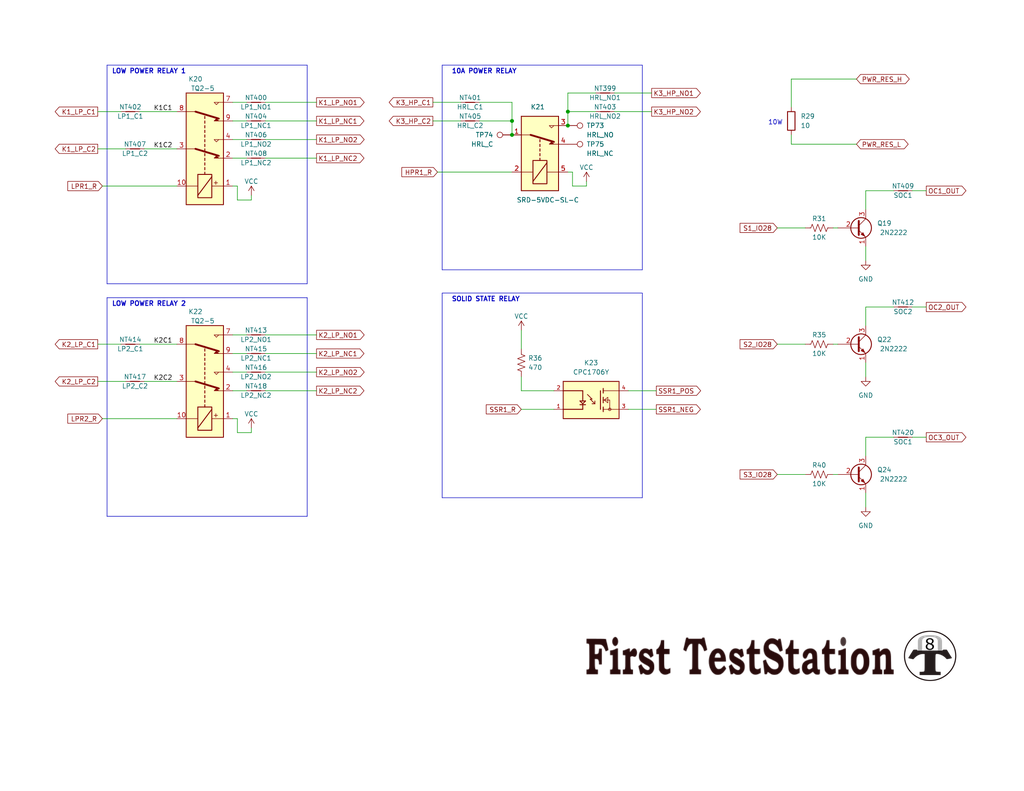
<source format=kicad_sch>
(kicad_sch (version 20230121) (generator eeschema)
  (paper "A")
  (title_block (title "Interconnect IO Board  640-1000-011") (date "2024-10-12") (rev "1.1"))
  (lib_symbols
    (symbol "Library:2N3904" (pin_names (offset 0) hide)
      (property "Reference" "Q" (at 5.08 1.905 0))
      (property "Value" "2N3904" (at 5.08 0 0))
      (symbol "2N3904_0_1"
        (polyline (pts (xy 0.635 0.635) (xy 2.54 2.54)))
        (polyline (pts (xy 0.635 -0.635) (xy 2.54 -2.54) (xy 2.54 -2.54)))
        (polyline (pts (xy 0.635 1.905) (xy 0.635 -1.905) (xy 0.635 -1.905)) (stroke (width 0.508)))
        (polyline (pts (xy 1.27 -1.778) (xy 1.778 -1.27) (xy 2.286 -2.286) (xy 1.27 -1.778) (xy 1.27 -1.778)) (fill (type outline)))
        (circle (center 1.27 0) (radius 2.8194) (stroke (width 0.254)))
      )
      (symbol "2N3904_1_1"
        (pin passive line (at 2.54 -5.08 90) (length 2.54) (name "E") (number "1"))
        (pin passive line (at -5.08 0 0) (length 5.715) (name "B") (number "2"))
        (pin passive line (at 2.54 5.08 270) (length 2.54) (name "C") (number "3"))
      )
    )
    (symbol "Library:CPC1706Y" (pin_names (offset 1.016) hide)
      (property "Reference" "K" (at -7.62 5.715 0))
      (property "Value" "CPC1706Y" (at -7.62 -7.62 0))
      (symbol "CPC1706Y_0_0"
        (rectangle (start -7.62 -5.08) (end 7.62 5.08) (stroke (width 0.254)) (fill (type background)))
        (polyline (pts (xy -7.62 2.54) (xy -2.286 2.54)) (stroke (width 0.254)))
        (polyline (pts (xy -3.048 -1.27) (xy -1.524 -1.27)) (stroke (width 0.254)))
        (polyline (pts (xy -3.048 -0.254) (xy -2.286 -1.016)) (stroke (width 0.254)))
        (polyline (pts (xy -2.286 -2.54) (xy -7.62 -2.54)) (stroke (width 0.254)))
        (polyline (pts (xy -2.286 -1.27) (xy -2.286 -2.54)) (stroke (width 0.254)))
        (polyline (pts (xy -2.286 -1.016) (xy -1.524 -0.254)) (stroke (width 0.254)))
        (polyline (pts (xy -2.286 -0.254) (xy -3.048 -0.254)) (stroke (width 0.254)))
        (polyline (pts (xy -2.286 -0.254) (xy -1.524 -0.254)) (stroke (width 0.254)))
        (polyline (pts (xy -2.286 2.54) (xy -2.286 -0.254)) (stroke (width 0.254)))
        (polyline (pts (xy -1.016 1.524) (xy 0.254 0.254)) (stroke (width 0.2032)))
        (polyline (pts (xy -0.254 0.254) (xy 1.016 -1.016)) (stroke (width 0.2032)))
        (polyline (pts (xy 0.254 0.254) (xy -0.254 0.254)) (stroke (width 0.2032)))
        (polyline (pts (xy 1.016 -1.016) (xy 0.254 -1.016)) (stroke (width 0.2032)))
        (polyline (pts (xy 1.016 -1.016) (xy 1.016 -0.254)) (stroke (width 0.2032)))
        (polyline (pts (xy 2.54 2.54) (xy 2.54 -2.54)) (stroke (width 0.254)))
        (polyline (pts (xy 3.302 -2.54) (xy 3.302 -3.175)) (stroke (width 0.254)))
        (polyline (pts (xy 3.302 -1.905) (xy 3.302 -2.54)) (stroke (width 0.254)))
        (polyline (pts (xy 3.302 0) (xy 3.302 -0.762)) (stroke (width 0.254)))
        (polyline (pts (xy 3.302 0) (xy 5.08 0)) (stroke (width 0.1524)))
        (polyline (pts (xy 3.302 0.762) (xy 3.302 0)) (stroke (width 0.254)))
        (polyline (pts (xy 3.302 2.54) (xy 3.302 1.905)) (stroke (width 0.254)))
        (polyline (pts (xy 3.302 2.54) (xy 7.62 2.54)) (stroke (width 0.1524)))
        (polyline (pts (xy 3.302 3.175) (xy 3.302 2.54)) (stroke (width 0.254)))
        (polyline (pts (xy 5.08 -2.54) (xy 3.302 -2.54)) (stroke (width 0.1524)))
        (polyline (pts (xy 5.08 -2.54) (xy 7.62 -2.54)) (stroke (width 0.1524)))
        (polyline (pts (xy 5.08 0) (xy 5.08 -2.54)) (stroke (width 0.1524)))
        (polyline (pts (xy 3.556 0) (xy 4.572 0.762) (xy 4.572 -0.762) (xy 3.556 0)) (stroke (width 0.1524)) (fill (type background)))
        (circle (center 5.08 -2.54) (radius 0.3556))
        (pin passive line (at -10.16 -2.54 0) (length 2.54) (name "~") (number "1"))
        (pin passive line (at -10.16 2.54 0) (length 2.54) (name "~") (number "2"))
        (pin passive line (at 10.16 -2.54 180) (length 2.54) (name "~") (number "3"))
        (pin passive line (at 10.16 2.54 180) (length 2.54) (name "~") (number "4"))
      )
    )
    (symbol "Library:G5LE-1"
      (property "Reference" "K" (at 11.43 3.81 0))
      (property "Value" "G5LE-1" (at 11.43 1.27 0))
      (symbol "G5LE-1_0_0"
        (polyline (pts (xy 7.62 5.08) (xy 7.62 2.54) (xy 6.985 3.175) (xy 7.62 3.81)))
      )
      (symbol "G5LE-1_0_1"
        (rectangle (start -10.16 5.08) (end 10.16 -5.08) (stroke (width 0.254)) (fill (type background)))
        (rectangle (start -8.255 1.905) (end -1.905 -1.905) (stroke (width 0.254)))
        (polyline (pts (xy -7.62 -1.905) (xy -2.54 1.905)) (stroke (width 0.254)))
        (polyline (pts (xy -5.08 -5.08) (xy -5.08 -1.905)))
        (polyline (pts (xy -5.08 5.08) (xy -5.08 1.905)))
        (polyline (pts (xy -1.905 0) (xy -1.27 0)) (stroke (width 0.254)))
        (polyline (pts (xy -0.635 0) (xy 0 0)) (stroke (width 0.254)))
        (polyline (pts (xy 0.635 0) (xy 1.27 0)) (stroke (width 0.254)))
        (polyline (pts (xy 1.905 0) (xy 2.54 0)) (stroke (width 0.254)))
        (polyline (pts (xy 3.175 0) (xy 3.81 0)) (stroke (width 0.254)))
        (polyline (pts (xy 5.08 -2.54) (xy 3.175 3.81)) (stroke (width 0.508)))
        (polyline (pts (xy 5.08 -2.54) (xy 5.08 -5.08)))
        (polyline (pts (xy 2.54 5.08) (xy 2.54 2.54) (xy 3.175 3.175) (xy 2.54 3.81)) (fill (type outline)))
      )
      (symbol "G5LE-1_1_1"
        (pin passive line (at 5.08 -7.62 90) (length 2.54) (name "~") (number "1"))
        (pin passive line (at -5.08 -7.62 90) (length 2.54) (name "~") (number "2"))
        (pin passive line (at 7.62 7.62 270) (length 2.54) (name "~") (number "3"))
        (pin passive line (at 2.54 7.62 270) (length 2.54) (name "~") (number "4"))
        (pin passive line (at -5.08 7.62 270) (length 2.54) (name "~") (number "5"))
      )
    )
    (symbol "Library:NetTie_2" (pin_numbers hide) (pin_names (offset 0) hide)
      (property "Reference" "NT" (at 0 1.27 0))
      (property "Value" "NetTie_2" (at 0 -1.27 0))
      (symbol "NetTie_2_0_1"
        (polyline (pts (xy -1.27 0) (xy 1.27 0)) (stroke (width 0.254)))
      )
      (symbol "NetTie_2_1_1"
        (pin passive line (at -2.54 0 0) (length 2.54) (name "1") (number "1"))
        (pin passive line (at 2.54 0 180) (length 2.54) (name "2") (number "2"))
      )
    )
    (symbol "Library:R" (pin_numbers hide) (pin_names (offset 0))
      (property "Reference" "R" (at 2.032 0 90))
      (property "Value" "R" (at 0 0 90))
      (symbol "R_0_1"
        (rectangle (start -1.016 -2.54) (end 1.016 2.54) (stroke (width 0.254)))
      )
      (symbol "R_1_1"
        (pin passive line (at 0 3.81 270) (length 1.27) (name "~") (number "1"))
        (pin passive line (at 0 -3.81 90) (length 1.27) (name "~") (number "2"))
      )
    )
    (symbol "Library:R_US" (pin_numbers hide) (pin_names (offset 0))
      (property "Reference" "R" (at 2.54 0 90))
      (property "Value" "R_US" (at -2.54 0 90))
      (symbol "R_US_0_1"
        (polyline (pts (xy 0 -2.286) (xy 0 -2.54)))
        (polyline (pts (xy 0 2.286) (xy 0 2.54)))
        (polyline (pts (xy 0 -0.762) (xy 1.016 -1.143) (xy 0 -1.524) (xy -1.016 -1.905) (xy 0 -2.286)))
        (polyline (pts (xy 0 0.762) (xy 1.016 0.381) (xy 0 0) (xy -1.016 -0.381) (xy 0 -0.762)))
        (polyline (pts (xy 0 2.286) (xy 1.016 1.905) (xy 0 1.524) (xy -1.016 1.143) (xy 0 0.762)))
      )
      (symbol "R_US_1_1"
        (pin passive line (at 0 3.81 270) (length 1.27) (name "~") (number "1"))
        (pin passive line (at 0 -3.81 90) (length 1.27) (name "~") (number "2"))
      )
    )
    (symbol "Library:TQ2-5"
      (property "Reference" "K?" (at 17.78 1.2701 0))
      (property "Value" "TQ2-5" (at 17.78 -1.2699 0))
      (symbol "TQ2-5_0_0"
        (text "+" (at -9.271 2.921 0) (effects (font (size 1.27 1.27))))
      )
      (symbol "TQ2-5_0_1"
        (rectangle (start -15.24 5.08) (end 15.24 -5.08) (stroke (width 0.254)) (fill (type background)))
        (rectangle (start -13.335 1.905) (end -6.985 -1.905) (stroke (width 0.254)))
        (polyline (pts (xy -12.7 -1.905) (xy -7.62 1.905)) (stroke (width 0.254)))
        (polyline (pts (xy -10.16 -5.08) (xy -10.16 -1.905)))
        (polyline (pts (xy -10.16 5.08) (xy -10.16 1.905)))
        (polyline (pts (xy -6.985 0) (xy -6.35 0)) (stroke (width 0.254)))
        (polyline (pts (xy -5.715 0) (xy -5.08 0)) (stroke (width 0.254)))
        (polyline (pts (xy -4.445 0) (xy -3.81 0)) (stroke (width 0.254)))
        (polyline (pts (xy -3.175 0) (xy -2.54 0)) (stroke (width 0.254)))
        (polyline (pts (xy -1.905 0) (xy -1.27 0)) (stroke (width 0.254)))
        (polyline (pts (xy -0.635 0) (xy 0 0)) (stroke (width 0.254)))
        (polyline (pts (xy 0 -2.54) (xy -1.905 3.81)) (stroke (width 0.508)))
        (polyline (pts (xy 0 -2.54) (xy 0 -5.08)))
        (polyline (pts (xy 0.635 0) (xy 1.27 0)) (stroke (width 0.254)))
        (polyline (pts (xy 1.905 0) (xy 2.54 0)) (stroke (width 0.254)))
        (polyline (pts (xy 3.175 0) (xy 3.81 0)) (stroke (width 0.254)))
        (polyline (pts (xy 4.445 0) (xy 5.08 0)) (stroke (width 0.254)))
        (polyline (pts (xy 5.715 0) (xy 6.35 0)) (stroke (width 0.254)))
        (polyline (pts (xy 6.985 0) (xy 7.62 0)) (stroke (width 0.254)))
        (polyline (pts (xy 8.255 0) (xy 8.89 0)) (stroke (width 0.254)))
        (polyline (pts (xy 10.16 -2.54) (xy 8.255 3.81)) (stroke (width 0.508)))
        (polyline (pts (xy 10.16 -2.54) (xy 10.16 -5.08)))
        (polyline (pts (xy -2.54 5.08) (xy -2.54 2.54) (xy -1.905 3.175) (xy -2.54 3.81)) (fill (type outline)))
        (polyline (pts (xy 2.54 5.08) (xy 2.54 2.54) (xy 1.905 3.175) (xy 2.54 3.81)))
        (polyline (pts (xy 7.62 5.08) (xy 7.62 2.54) (xy 8.255 3.175) (xy 7.62 3.81)) (fill (type outline)))
        (polyline (pts (xy 12.7 5.08) (xy 12.7 2.54) (xy 12.065 3.175) (xy 12.7 3.81)))
      )
      (symbol "TQ2-5_1_1"
        (pin passive line (at -10.16 7.62 270) (length 2.54) (name "~") (number "1"))
        (pin passive line (at -10.16 -7.62 90) (length 2.54) (name "~") (number "10"))
        (pin passive line (at -2.54 7.62 270) (length 2.54) (name "~") (number "2"))
        (pin passive line (at 0 -7.62 90) (length 2.54) (name "~") (number "3"))
        (pin passive line (at 2.54 7.62 270) (length 2.54) (name "~") (number "4"))
        (pin passive line (at 12.7 7.62 270) (length 2.54) (name "~") (number "7"))
        (pin passive line (at 10.16 -7.62 90) (length 2.54) (name "~") (number "8"))
        (pin passive line (at 7.62 7.62 270) (length 2.54) (name "~") (number "9"))
      )
    )
    (symbol "Library:TestPoint" (pin_numbers hide) (pin_names (offset 0.762) hide)
      (property "Reference" "TP" (at 0 6.858 0))
      (property "Value" "TestPoint" (at 0 5.08 0))
      (symbol "TestPoint_0_1"
        (circle (center 0 3.302) (radius 0.762))
      )
      (symbol "TestPoint_1_1"
        (pin passive line (at 0 0 90) (length 2.54) (name "1") (number "1"))
      )
    )
    (symbol "power:GND" (power) (pin_names (offset 0))
      (property "Value" "GND" (at 0 -3.81 0))
      (symbol "GND_0_1"
        (polyline (pts (xy 0 0) (xy 0 -1.27) (xy 1.27 -1.27) (xy 0 -2.54) (xy -1.27 -1.27) (xy 0 -1.27)))
      )
      (symbol "GND_1_1"
        (pin power_in line (at 0 0 270) (length 0) hide (name "GND") (number "1"))
      )
    )
    (symbol "power:VCC" (power) (pin_names (offset 0))
      (property "Value" "VCC" (at 0 3.81 0))
      (symbol "VCC_0_1"
        (polyline (pts (xy -0.762 1.27) (xy 0 2.54)))
        (polyline (pts (xy 0 0) (xy 0 2.54)))
        (polyline (pts (xy 0 2.54) (xy 0.762 1.27)))
      )
      (symbol "VCC_1_1"
        (pin power_in line (at 0 0 90) (length 0) hide (name "VCC") (number "1"))
      )
    )
  )
  (junction (at 154.94 30.48))
  (junction (at 139.7 36.83))
  (junction (at 154.94 34.29))
  (junction (at 139.7 33.02))
  (wire (pts (xy 38.1 30.48) (xy 48.26 30.48)))
  (wire (pts (xy 142.24 111.76) (xy 151.13 111.76)))
  (wire (pts (xy 212.09 62.23) (xy 219.71 62.23)))
  (wire (pts (xy 215.9 21.59) (xy 215.9 29.21)))
  (wire (pts (xy 154.94 25.4) (xy 162.56 25.4)))
  (wire (pts (xy 63.5 43.18) (xy 67.31 43.18)))
  (wire (pts (xy 118.11 27.94) (xy 125.73 27.94)))
  (wire (pts (xy 215.9 21.59) (xy 233.68 21.59)))
  (wire (pts (xy 236.22 119.38) (xy 236.22 124.46)))
  (wire (pts (xy 64.77 114.3) (xy 63.5 114.3)))
  (wire (pts (xy 63.5 91.44) (xy 67.31 91.44)))
  (wire (pts (xy 27.94 50.8) (xy 48.26 50.8)))
  (wire (pts (xy 72.39 91.44) (xy 86.36 91.44)))
  (wire (pts (xy 72.39 106.68) (xy 86.36 106.68)))
  (wire (pts (xy 27.94 114.3) (xy 48.26 114.3)))
  (polyline (pts (xy 83.82 140.97) (xy 83.82 81.28)))
  (wire (pts (xy 68.58 54.61) (xy 64.77 54.61)))
  (wire (pts (xy 160.02 49.53) (xy 160.02 50.8)))
  (wire (pts (xy 118.11 33.02) (xy 125.73 33.02)))
  (wire (pts (xy 64.77 50.8) (xy 63.5 50.8)))
  (wire (pts (xy 236.22 134.62) (xy 236.22 138.43)))
  (wire (pts (xy 236.22 52.07) (xy 236.22 57.15)))
  (polyline (pts (xy 120.65 80.01) (xy 120.65 135.89)))
  (wire (pts (xy 236.22 67.31) (xy 236.22 71.12)))
  (wire (pts (xy 26.67 30.48) (xy 33.02 30.48)))
  (wire (pts (xy 171.45 111.76) (xy 179.07 111.76)))
  (wire (pts (xy 26.67 40.64) (xy 34.29 40.64)))
  (wire (pts (xy 63.5 101.6) (xy 67.31 101.6)))
  (wire (pts (xy 156.21 46.99) (xy 154.94 46.99)))
  (wire (pts (xy 68.58 53.34) (xy 68.58 54.61)))
  (wire (pts (xy 212.09 93.98) (xy 219.71 93.98)))
  (wire (pts (xy 236.22 83.82) (xy 236.22 88.9)))
  (polyline (pts (xy 120.65 135.89) (xy 175.26 135.89)))
  (wire (pts (xy 167.64 25.4) (xy 177.8 25.4)))
  (wire (pts (xy 72.39 33.02) (xy 86.36 33.02)))
  (wire (pts (xy 63.5 33.02) (xy 67.31 33.02)))
  (wire (pts (xy 248.92 83.82) (xy 252.73 83.82)))
  (wire (pts (xy 130.81 33.02) (xy 139.7 33.02)))
  (wire (pts (xy 26.67 93.98) (xy 33.02 93.98)))
  (polyline (pts (xy 83.82 17.78) (xy 29.21 17.78)))
  (wire (pts (xy 72.39 96.52) (xy 86.36 96.52)))
  (wire (pts (xy 39.37 40.64) (xy 48.26 40.64)))
  (polyline (pts (xy 83.82 81.28) (xy 29.21 81.28)))
  (polyline (pts (xy 175.26 73.66) (xy 175.26 17.78)))
  (wire (pts (xy 64.77 114.3) (xy 64.77 118.11)))
  (wire (pts (xy 171.45 106.68) (xy 179.07 106.68)))
  (wire (pts (xy 167.64 30.48) (xy 177.8 30.48)))
  (wire (pts (xy 68.58 116.84) (xy 68.58 118.11)))
  (wire (pts (xy 68.58 118.11) (xy 64.77 118.11)))
  (polyline (pts (xy 83.82 77.47) (xy 83.82 17.78)))
  (polyline (pts (xy 29.21 17.78) (xy 29.21 77.47)))
  (wire (pts (xy 72.39 38.1) (xy 86.36 38.1)))
  (polyline (pts (xy 175.26 80.01) (xy 120.65 80.01)))
  (wire (pts (xy 236.22 99.06) (xy 236.22 102.87)))
  (wire (pts (xy 130.81 27.94) (xy 139.7 27.94)))
  (wire (pts (xy 139.7 27.94) (xy 139.7 33.02)))
  (wire (pts (xy 227.33 129.54) (xy 228.6 129.54)))
  (wire (pts (xy 142.24 90.17) (xy 142.24 95.25)))
  (wire (pts (xy 227.33 93.98) (xy 228.6 93.98)))
  (wire (pts (xy 142.24 102.87) (xy 142.24 106.68)))
  (wire (pts (xy 160.02 50.8) (xy 156.21 50.8)))
  (wire (pts (xy 156.21 46.99) (xy 156.21 50.8)))
  (wire (pts (xy 72.39 101.6) (xy 86.36 101.6)))
  (wire (pts (xy 236.22 83.82) (xy 243.84 83.82)))
  (wire (pts (xy 154.94 30.48) (xy 154.94 34.29)))
  (wire (pts (xy 72.39 27.94) (xy 86.36 27.94)))
  (wire (pts (xy 248.92 52.07) (xy 252.73 52.07)))
  (wire (pts (xy 119.38 46.99) (xy 139.7 46.99)))
  (wire (pts (xy 236.22 119.38) (xy 243.84 119.38)))
  (wire (pts (xy 212.09 129.54) (xy 219.71 129.54)))
  (wire (pts (xy 63.5 106.68) (xy 67.31 106.68)))
  (wire (pts (xy 154.94 30.48) (xy 162.56 30.48)))
  (polyline (pts (xy 120.65 73.66) (xy 175.26 73.66)))
  (polyline (pts (xy 175.26 135.89) (xy 175.26 80.01)))
  (polyline (pts (xy 120.65 17.78) (xy 120.65 73.66)))
  (wire (pts (xy 64.77 50.8) (xy 64.77 54.61)))
  (wire (pts (xy 63.5 96.52) (xy 67.31 96.52)))
  (polyline (pts (xy 29.21 81.28) (xy 29.21 140.97)))
  (wire (pts (xy 39.37 104.14) (xy 48.26 104.14)))
  (polyline (pts (xy 175.26 17.78) (xy 120.65 17.78)))
  (wire (pts (xy 139.7 33.02) (xy 139.7 36.83)))
  (wire (pts (xy 63.5 38.1) (xy 67.31 38.1)))
  (wire (pts (xy 63.5 27.94) (xy 67.31 27.94)))
  (wire (pts (xy 248.92 119.38) (xy 252.73 119.38)))
  (wire (pts (xy 154.94 25.4) (xy 154.94 30.48)))
  (wire (pts (xy 227.33 62.23) (xy 228.6 62.23)))
  (wire (pts (xy 26.67 104.14) (xy 34.29 104.14)))
  (polyline (pts (xy 29.21 77.47) (xy 83.82 77.47)))
  (polyline (pts (xy 29.21 140.97) (xy 83.82 140.97)))
  (wire (pts (xy 142.24 106.68) (xy 151.13 106.68)))
  (wire (pts (xy 72.39 43.18) (xy 86.36 43.18)))
  (wire (pts (xy 236.22 52.07) (xy 243.84 52.07)))
  (wire (pts (xy 38.1 93.98) (xy 48.26 93.98)))
  (wire (pts (xy 233.68 39.37) (xy 215.9 39.37)))
  (wire (pts (xy 215.9 39.37) (xy 215.9 36.83)))
  (image (at 201.93 179.07) (scale 2.13772))
  (image (at 254 179.07))
  (text "10W" (at 209.55 34.29 0) (effects (font (size 1.27 1.27)) (justify left bottom)))
  (text "10A POWER RELAY" (at 123.19 20.32 0) (effects (font (size 1.27 1.27) (thickness 0.254) bold) (justify left bottom)))
  (text "LOW POWER RELAY 1" (at 30.48 20.32 0) (effects (font (size 1.27 1.27) (thickness 0.254) bold) (justify left bottom)))
  (text "SOLID STATE RELAY" (at 123.19 82.55 0) (effects (font (size 1.27 1.27) (thickness 0.254) bold) (justify left bottom)))
  (text "LOW POWER RELAY 2" (at 30.48 83.82 0) (effects (font (size 1.27 1.27) (thickness 0.254) bold) (justify left bottom)))
  (label "K2C1" (at 41.91 93.98 0))
  (label "K1C1" (at 41.91 30.48 0))
  (label "K2C2" (at 41.91 104.14 0))
  (label "K1C2" (at 41.91 40.64 0))
  (global_label "LPR2_R" (shape input) (at 27.94 114.3 180) (property "Intersheetrefs" "${INTERSHEET_REFS}" (effects hide)))
  (global_label "S1_IO28" (shape input) (at 212.09 62.23 180) (property "Intersheetrefs" "${INTERSHEET_REFS}" (effects hide)))
  (global_label "K3_HP_NO2" (shape output) (at 177.8 30.48 0) (property "Intersheetrefs" "${INTERSHEET_REFS}" (effects hide)))
  (global_label "K2_LP_NC1" (shape output) (at 86.36 96.52 0) (property "Intersheetrefs" "${INTERSHEET_REFS}" (effects hide)))
  (global_label "K1_LP_NC2" (shape output) (at 86.36 43.18 0) (property "Intersheetrefs" "${INTERSHEET_REFS}" (effects hide)))
  (global_label "SSR1_R" (shape input) (at 142.24 111.76 180) (property "Intersheetrefs" "${INTERSHEET_REFS}" (effects hide)))
  (global_label "K1_LP_C2" (shape output) (at 26.67 40.64 180) (property "Intersheetrefs" "${INTERSHEET_REFS}" (effects hide)))
  (global_label "K1_LP_NO1" (shape output) (at 86.36 27.94 0) (property "Intersheetrefs" "${INTERSHEET_REFS}" (effects hide)))
  (global_label "K2_LP_NC2" (shape output) (at 86.36 106.68 0) (property "Intersheetrefs" "${INTERSHEET_REFS}" (effects hide)))
  (global_label "K2_LP_C2" (shape output) (at 26.67 104.14 180) (property "Intersheetrefs" "${INTERSHEET_REFS}" (effects hide)))
  (global_label "S2_IO28" (shape input) (at 212.09 93.98 180) (property "Intersheetrefs" "${INTERSHEET_REFS}" (effects hide)))
  (global_label "HPR1_R" (shape input) (at 119.38 46.99 180) (property "Intersheetrefs" "${INTERSHEET_REFS}" (effects hide)))
  (global_label "K2_LP_NO1" (shape output) (at 86.36 91.44 0) (property "Intersheetrefs" "${INTERSHEET_REFS}" (effects hide)))
  (global_label "K3_HP_C2" (shape output) (at 118.11 33.02 180) (property "Intersheetrefs" "${INTERSHEET_REFS}" (effects hide)))
  (global_label "OC2_OUT" (shape output) (at 252.73 83.82 0) (property "Intersheetrefs" "${INTERSHEET_REFS}" (effects hide)))
  (global_label "OC1_OUT" (shape output) (at 252.73 52.07 0) (property "Intersheetrefs" "${INTERSHEET_REFS}" (effects hide)))
  (global_label "K2_LP_C1" (shape output) (at 26.67 93.98 180) (property "Intersheetrefs" "${INTERSHEET_REFS}" (effects hide)))
  (global_label "PWR_RES_H" (shape bidirectional) (at 233.68 21.59 0) (property "Intersheetrefs" "${INTERSHEET_REFS}" (effects hide)))
  (global_label "K2_LP_NO2" (shape output) (at 86.36 101.6 0) (property "Intersheetrefs" "${INTERSHEET_REFS}" (effects hide)))
  (global_label "OC3_OUT" (shape output) (at 252.73 119.38 0) (property "Intersheetrefs" "${INTERSHEET_REFS}" (effects hide)))
  (global_label "K3_HP_C1" (shape output) (at 118.11 27.94 180) (property "Intersheetrefs" "${INTERSHEET_REFS}" (effects hide)))
  (global_label "SSR1_NEG" (shape output) (at 179.07 111.76 0) (property "Intersheetrefs" "${INTERSHEET_REFS}" (effects hide)))
  (global_label "S3_IO28" (shape input) (at 212.09 129.54 180) (property "Intersheetrefs" "${INTERSHEET_REFS}" (effects hide)))
  (global_label "PWR_RES_L" (shape bidirectional) (at 233.68 39.37 0) (property "Intersheetrefs" "${INTERSHEET_REFS}" (effects hide)))
  (global_label "K3_HP_NO1" (shape output) (at 177.8 25.4 0) (property "Intersheetrefs" "${INTERSHEET_REFS}" (effects hide)))
  (global_label "K1_LP_C1" (shape output) (at 26.67 30.48 180) (property "Intersheetrefs" "${INTERSHEET_REFS}" (effects hide)))
  (global_label "LPR1_R" (shape input) (at 27.94 50.8 180) (property "Intersheetrefs" "${INTERSHEET_REFS}" (effects hide)))
  (global_label "SSR1_POS" (shape output) (at 179.07 106.68 0) (property "Intersheetrefs" "${INTERSHEET_REFS}" (effects hide)))
  (global_label "K1_LP_NO2" (shape output) (at 86.36 38.1 0) (property "Intersheetrefs" "${INTERSHEET_REFS}" (effects hide)))
  (global_label "K1_LP_NC1" (shape output) (at 86.36 33.02 0) (property "Intersheetrefs" "${INTERSHEET_REFS}" (effects hide)))
  (symbol (lib_id "Library:R") (at 215.9 33.02 0) (unit 1)
    (property "Reference" "R29" (at 218.44 31.7499 0) (effects (justify left)))
    (property "Value" "10" (at 218.44 34.2899 0) (effects (justify left)))
    (property "Footprint" "Resistor_THT:R_Axial_Power_L38.0mm_W9.0mm_P45.72mm" (effects hide))
  )
  (symbol (lib_id "Library:NetTie_2") (at 69.85 101.6 0) (unit 1)
    (property "Reference" "NT416" (at 69.85 100.33 0))
    (property "Value" "LP2_NO2" (at 69.85 102.87 0))
    (property "Footprint" "NetTie:NetTie-2_Front1.0mm" (effects hide))
  )
  (symbol (lib_id "Library:NetTie_2") (at 128.27 33.02 0) (unit 1)
    (property "Reference" "NT405" (at 128.27 31.75 0))
    (property "Value" "HRL_C2" (at 128.27 34.29 0))
    (property "Footprint" "NetTie:NetTie-2_Front1.0mm" (effects hide))
  )
  (symbol (lib_id "Library:R_US") (at 223.52 62.23 270) (unit 1)
    (property "Reference" "R31" (at 223.52 59.69 90))
    (property "Value" "10K" (at 223.52 64.77 90))
    (property "Footprint" "Resistor_THT:R_Axial_DIN0207_L6.3mm_D2.5mm_P10.16mm_Horizontal" (effects hide))
  )
  (symbol (lib_id "Library:NetTie_2") (at 165.1 30.48 0) (unit 1)
    (property "Reference" "NT403" (at 165.1 29.21 0))
    (property "Value" "HRL_NO2" (at 165.1 31.75 0))
    (property "Footprint" "NetTie:NetTie-2_Front1.0mm" (effects hide))
  )
  (symbol (lib_id "Library:G5LE-1") (at 147.32 41.91 270) (mirror x) (unit 1)
    (property "Reference" "K21" (at 144.78 29.21 90) (effects (justify left)))
    (property "Value" "SRD-5VDC-SL-C" (at 140.97 54.61 90) (effects (justify left)))
    (property "Footprint" "Relay_THT:Relay_SPDT_Omron-G5LE-1" (effects hide))
    (property "Datasheet" "http://www.omron.com/ecb/products/pdf/en-g5le.pdf" (effects hide))
  )
  (symbol (lib_id "Library:NetTie_2") (at 35.56 30.48 0) (unit 1)
    (property "Reference" "NT402" (at 35.56 29.21 0))
    (property "Value" "LP1_C1" (at 35.56 31.75 0))
    (property "Footprint" "NetTie:NetTie-2_Front1.0mm" (effects hide))
  )
  (symbol (lib_id "Library:TestPoint") (at 139.7 36.83 90) (mirror x) (unit 1)
    (property "Reference" "TP74" (at 134.62 36.83 90) (effects (justify left)))
    (property "Value" "HRL_C" (at 134.62 39.37 90) (effects (justify left)))
    (property "Footprint" "TestPoint:TestPoint_THTPad_D1.5mm_Drill0.7mm" (effects hide))
  )
  (symbol (lib_id "Library:NetTie_2") (at 69.85 96.52 0) (unit 1)
    (property "Reference" "NT415" (at 69.85 95.25 0))
    (property "Value" "LP2_NC1" (at 69.85 97.79 0))
    (property "Footprint" "NetTie:NetTie-2_Front1.0mm" (effects hide))
  )
  (symbol (lib_id "power:GND") (at 236.22 138.43 0) (unit 1)
    (property "Reference" "#PWR098" (effects hide))
    (property "Value" "GND" (at 236.22 143.51 0))
  )
  (symbol (lib_id "Library:NetTie_2") (at 69.85 27.94 0) (unit 1)
    (property "Reference" "NT400" (at 69.85 26.67 0))
    (property "Value" "LP1_NO1" (at 69.85 29.21 0))
    (property "Footprint" "NetTie:NetTie-2_Front1.0mm" (effects hide))
  )
  (symbol (lib_id "Library:NetTie_2") (at 69.85 106.68 0) (unit 1)
    (property "Reference" "NT418" (at 69.85 105.41 0))
    (property "Value" "LP2_NC2" (at 69.85 107.95 0))
    (property "Footprint" "NetTie:NetTie-2_Front1.0mm" (effects hide))
  )
  (symbol (lib_id "Library:TestPoint") (at 154.94 39.37 270) (unit 1)
    (property "Reference" "TP75" (at 160.02 39.37 90) (effects (justify left)))
    (property "Value" "HRL_NC" (at 160.02 41.91 90) (effects (justify left)))
    (property "Footprint" "TestPoint:TestPoint_THTPad_D1.5mm_Drill0.7mm" (effects hide))
  )
  (symbol (lib_id "Library:R_US") (at 142.24 99.06 180) (unit 1)
    (property "Reference" "R36" (at 146.05 97.79 0))
    (property "Value" "470" (at 146.05 100.33 0))
    (property "Footprint" "Resistor_THT:R_Axial_DIN0207_L6.3mm_D2.5mm_P10.16mm_Horizontal" (effects hide))
  )
  (symbol (lib_id "power:VCC") (at 68.58 116.84 0) (unit 1)
    (property "Reference" "#PWR095" (effects hide))
    (property "Value" "VCC" (at 68.58 113.03 0))
  )
  (symbol (lib_id "power:VCC") (at 160.02 49.53 0) (unit 1)
    (property "Reference" "#PWR085" (effects hide))
    (property "Value" "VCC" (at 160.02 45.72 0))
  )
  (symbol (lib_id "Library:TQ2-5") (at 55.88 40.64 270) (mirror x) (unit 1)
    (property "Reference" "K20" (at 53.34 21.59 90))
    (property "Value" "TQ2-5" (at 52.07 24.13 90) (effects (justify left)))
    (property "Footprint" "Relay_THT:Relay_DPDT_FRT5" (effects hide))
    (property "Datasheet" "http://omronfs.omron.com/en_US/ecb/products/pdf/en-tq2.pdf" (effects hide))
  )
  (symbol (lib_id "Library:NetTie_2") (at 36.83 104.14 0) (unit 1)
    (property "Reference" "NT417" (at 36.83 102.87 0))
    (property "Value" "LP2_C2" (at 36.83 105.41 0))
    (property "Footprint" "NetTie:NetTie-2_Front1.0mm" (effects hide))
  )
  (symbol (lib_id "power:GND") (at 236.22 102.87 0) (unit 1)
    (property "Reference" "#PWR093" (effects hide))
    (property "Value" "GND" (at 236.22 107.95 0))
  )
  (symbol (lib_id "Library:TestPoint") (at 154.94 34.29 270) (unit 1)
    (property "Reference" "TP73" (at 160.02 34.29 90) (effects (justify left)))
    (property "Value" "HRL_NO" (at 160.02 36.83 90) (effects (justify left)))
    (property "Footprint" "TestPoint:TestPoint_THTPad_D1.5mm_Drill0.7mm" (effects hide))
  )
  (symbol (lib_id "Library:2N3904") (at 233.68 129.54 0) (unit 1)
    (property "Reference" "Q24" (at 241.3 128.27 0))
    (property "Value" "2N2222" (at 243.84 130.81 0))
    (property "Footprint" "Package_TO_SOT_THT:TO-92L_HandSolder" (effects hide))
    (property "Datasheet" "https://www.onsemi.com/pub/Collateral/2N3903-D.PDF" (effects hide))
  )
  (symbol (lib_id "Library:NetTie_2") (at 69.85 38.1 0) (unit 1)
    (property "Reference" "NT406" (at 69.85 36.83 0))
    (property "Value" "LP1_NO2" (at 69.85 39.37 0))
    (property "Footprint" "NetTie:NetTie-2_Front1.0mm" (effects hide))
  )
  (symbol (lib_id "Library:2N3904") (at 233.68 62.23 0) (unit 1)
    (property "Reference" "Q19" (at 241.3 60.96 0))
    (property "Value" "2N2222" (at 243.84 63.5 0))
    (property "Footprint" "Package_TO_SOT_THT:TO-92L_HandSolder" (effects hide))
    (property "Datasheet" "https://www.onsemi.com/pub/Collateral/2N3903-D.PDF" (effects hide))
  )
  (symbol (lib_id "Library:NetTie_2") (at 69.85 33.02 0) (unit 1)
    (property "Reference" "NT404" (at 69.85 31.75 0))
    (property "Value" "LP1_NC1" (at 69.85 34.29 0))
    (property "Footprint" "NetTie:NetTie-2_Front1.0mm" (effects hide))
  )
  (symbol (lib_id "Library:R_US") (at 223.52 129.54 270) (unit 1)
    (property "Reference" "R40" (at 223.52 127 90))
    (property "Value" "10K" (at 223.52 132.08 90))
    (property "Footprint" "Resistor_THT:R_Axial_DIN0207_L6.3mm_D2.5mm_P10.16mm_Horizontal" (effects hide))
  )
  (symbol (lib_id "Library:NetTie_2") (at 69.85 43.18 0) (unit 1)
    (property "Reference" "NT408" (at 69.85 41.91 0))
    (property "Value" "LP1_NC2" (at 69.85 44.45 0))
    (property "Footprint" "NetTie:NetTie-2_Front1.0mm" (effects hide))
  )
  (symbol (lib_id "power:VCC") (at 142.24 90.17 0) (unit 1)
    (property "Reference" "#PWR092" (effects hide))
    (property "Value" "VCC" (at 142.24 86.36 0))
  )
  (symbol (lib_id "power:GND") (at 236.22 71.12 0) (unit 1)
    (property "Reference" "#PWR090" (effects hide))
    (property "Value" "GND" (at 236.22 76.2 0))
  )
  (symbol (lib_id "Library:TQ2-5") (at 55.88 104.14 270) (mirror x) (unit 1)
    (property "Reference" "K22" (at 53.34 85.09 90))
    (property "Value" "TQ2-5" (at 52.07 87.63 90) (effects (justify left)))
    (property "Footprint" "Relay_THT:Relay_DPDT_FRT5" (effects hide))
    (property "Datasheet" "http://omronfs.omron.com/en_US/ecb/products/pdf/en-tq2.pdf" (effects hide))
  )
  (symbol (lib_id "Library:NetTie_2") (at 165.1 25.4 0) (unit 1)
    (property "Reference" "NT399" (at 165.1 24.13 0))
    (property "Value" "HRL_NO1" (at 165.1 26.67 0))
    (property "Footprint" "NetTie:NetTie-2_Front1.0mm" (effects hide))
  )
  (symbol (lib_id "Library:NetTie_2") (at 36.83 40.64 0) (unit 1)
    (property "Reference" "NT407" (at 36.83 39.37 0))
    (property "Value" "LP1_C2" (at 36.83 41.91 0))
    (property "Footprint" "NetTie:NetTie-2_Front1.0mm" (effects hide))
  )
  (symbol (lib_id "Library:NetTie_2") (at 128.27 27.94 0) (unit 1)
    (property "Reference" "NT401" (at 128.27 26.67 0))
    (property "Value" "HRL_C1" (at 128.27 29.21 0))
    (property "Footprint" "NetTie:NetTie-2_Front1.0mm" (effects hide))
  )
  (symbol (lib_id "Library:NetTie_2") (at 246.38 83.82 0) (unit 1)
    (property "Reference" "NT412" (at 246.38 82.55 0))
    (property "Value" "SOC2" (at 246.38 85.09 0))
    (property "Footprint" "NetTie:NetTie-2_Front1.0mm" (effects hide))
  )
  (symbol (lib_id "Library:NetTie_2") (at 246.38 52.07 0) (unit 1)
    (property "Reference" "NT409" (at 246.38 50.8 0))
    (property "Value" "SOC1" (at 246.38 53.34 0))
    (property "Footprint" "NetTie:NetTie-2_Front1.0mm" (effects hide))
  )
  (symbol (lib_id "Library:CPC1706Y") (at 161.29 109.22 0) (unit 1)
    (property "Reference" "K23" (at 161.29 99.06 0))
    (property "Value" "CPC1706Y" (at 161.29 101.6 0))
    (property "Footprint" "SnapEDA Library:RELAY_CPC1706Y" (effects hide))
    (property "MANUFACTURER" "IXYS" (effects hide))
    (property "STANDARD" "Manufacturer Recommendations" (effects hide))
  )
  (symbol (lib_id "Library:2N3904") (at 233.68 93.98 0) (unit 1)
    (property "Reference" "Q22" (at 241.3 92.71 0))
    (property "Value" "2N2222" (at 243.84 95.25 0))
    (property "Footprint" "Package_TO_SOT_THT:TO-92L_HandSolder" (effects hide))
    (property "Datasheet" "https://www.onsemi.com/pub/Collateral/2N3903-D.PDF" (effects hide))
  )
  (symbol (lib_id "Library:NetTie_2") (at 69.85 91.44 0) (unit 1)
    (property "Reference" "NT413" (at 69.85 90.17 0))
    (property "Value" "LP2_NO1" (at 69.85 92.71 0))
    (property "Footprint" "NetTie:NetTie-2_Front1.0mm" (effects hide))
  )
  (symbol (lib_id "Library:R_US") (at 223.52 93.98 270) (unit 1)
    (property "Reference" "R35" (at 223.52 91.44 90))
    (property "Value" "10K" (at 223.52 96.52 90))
    (property "Footprint" "Resistor_THT:R_Axial_DIN0207_L6.3mm_D2.5mm_P10.16mm_Horizontal" (effects hide))
  )
  (symbol (lib_id "Library:NetTie_2") (at 35.56 93.98 0) (unit 1)
    (property "Reference" "NT414" (at 35.56 92.71 0))
    (property "Value" "LP2_C1" (at 35.56 95.25 0))
    (property "Footprint" "NetTie:NetTie-2_Front1.0mm" (effects hide))
  )
  (symbol (lib_id "Library:NetTie_2") (at 246.38 119.38 0) (unit 1)
    (property "Reference" "NT420" (at 246.38 118.11 0))
    (property "Value" "SOC1" (at 246.38 120.65 0))
    (property "Footprint" "NetTie:NetTie-2_Front1.0mm" (effects hide))
  )
  (symbol (lib_id "power:VCC") (at 68.58 53.34 0) (unit 1)
    (property "Reference" "#PWR087" (effects hide))
    (property "Value" "VCC" (at 68.58 49.53 0))
  )
)
</source>
